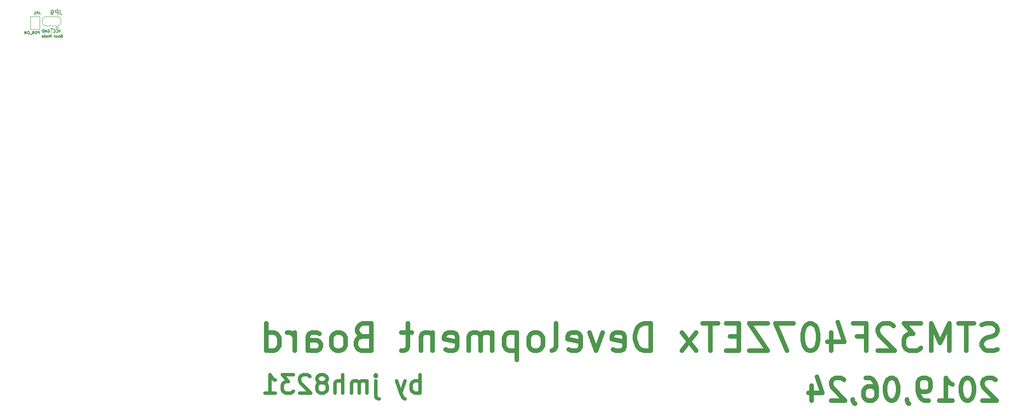
<source format=gbr>
G04 #@! TF.GenerationSoftware,KiCad,Pcbnew,(5.1.2)-1*
G04 #@! TF.CreationDate,2019-06-24T23:23:43+09:00*
G04 #@! TF.ProjectId,STM32F4____,53544d33-3246-4341-9c1c-f4dc2e6b6963,rev?*
G04 #@! TF.SameCoordinates,PXa57dbf49PYb7601c90*
G04 #@! TF.FileFunction,Legend,Bot*
G04 #@! TF.FilePolarity,Positive*
%FSLAX46Y46*%
G04 Gerber Fmt 4.6, Leading zero omitted, Abs format (unit mm)*
G04 Created by KiCad (PCBNEW (5.1.2)-1) date 2019-06-24 23:23:43*
%MOMM*%
%LPD*%
G04 APERTURE LIST*
%ADD10C,1.000000*%
%ADD11C,0.750000*%
%ADD12C,0.120000*%
%ADD13C,0.150000*%
G04 APERTURE END LIST*
D10*
X1796771877Y-1391436095D02*
X1796533782Y-1391198000D01*
X1796057591Y-1390959904D01*
X1794867115Y-1390959904D01*
X1794390925Y-1391198000D01*
X1794152829Y-1391436095D01*
X1793914734Y-1391912285D01*
X1793914734Y-1392388476D01*
X1794152829Y-1393102761D01*
X1797009972Y-1395959904D01*
X1793914734Y-1395959904D01*
X1790819496Y-1390959904D02*
X1790343306Y-1390959904D01*
X1789867115Y-1391198000D01*
X1789629020Y-1391436095D01*
X1789390925Y-1391912285D01*
X1789152829Y-1392864666D01*
X1789152829Y-1394055142D01*
X1789390925Y-1395007523D01*
X1789629020Y-1395483714D01*
X1789867115Y-1395721809D01*
X1790343306Y-1395959904D01*
X1790819496Y-1395959904D01*
X1791295687Y-1395721809D01*
X1791533782Y-1395483714D01*
X1791771877Y-1395007523D01*
X1792009972Y-1394055142D01*
X1792009972Y-1392864666D01*
X1791771877Y-1391912285D01*
X1791533782Y-1391436095D01*
X1791295687Y-1391198000D01*
X1790819496Y-1390959904D01*
X1784390925Y-1395959904D02*
X1787248067Y-1395959904D01*
X1785819496Y-1395959904D02*
X1785819496Y-1390959904D01*
X1786295687Y-1391674190D01*
X1786771877Y-1392150380D01*
X1787248067Y-1392388476D01*
X1782009972Y-1395959904D02*
X1781057591Y-1395959904D01*
X1780581401Y-1395721809D01*
X1780343306Y-1395483714D01*
X1779867115Y-1394769428D01*
X1779629020Y-1393817047D01*
X1779629020Y-1391912285D01*
X1779867115Y-1391436095D01*
X1780105210Y-1391198000D01*
X1780581401Y-1390959904D01*
X1781533782Y-1390959904D01*
X1782009972Y-1391198000D01*
X1782248067Y-1391436095D01*
X1782486163Y-1391912285D01*
X1782486163Y-1393102761D01*
X1782248067Y-1393578952D01*
X1782009972Y-1393817047D01*
X1781533782Y-1394055142D01*
X1780581401Y-1394055142D01*
X1780105210Y-1393817047D01*
X1779867115Y-1393578952D01*
X1779629020Y-1393102761D01*
X1777248067Y-1395721809D02*
X1777248067Y-1395959904D01*
X1777486163Y-1396436095D01*
X1777724258Y-1396674190D01*
X1774152829Y-1390959904D02*
X1773676639Y-1390959904D01*
X1773200448Y-1391198000D01*
X1772962353Y-1391436095D01*
X1772724258Y-1391912285D01*
X1772486163Y-1392864666D01*
X1772486163Y-1394055142D01*
X1772724258Y-1395007523D01*
X1772962353Y-1395483714D01*
X1773200448Y-1395721809D01*
X1773676639Y-1395959904D01*
X1774152829Y-1395959904D01*
X1774629020Y-1395721809D01*
X1774867115Y-1395483714D01*
X1775105210Y-1395007523D01*
X1775343306Y-1394055142D01*
X1775343306Y-1392864666D01*
X1775105210Y-1391912285D01*
X1774867115Y-1391436095D01*
X1774629020Y-1391198000D01*
X1774152829Y-1390959904D01*
X1768200448Y-1390959904D02*
X1769152829Y-1390959904D01*
X1769629020Y-1391198000D01*
X1769867115Y-1391436095D01*
X1770343306Y-1392150380D01*
X1770581401Y-1393102761D01*
X1770581401Y-1395007523D01*
X1770343306Y-1395483714D01*
X1770105210Y-1395721809D01*
X1769629020Y-1395959904D01*
X1768676639Y-1395959904D01*
X1768200448Y-1395721809D01*
X1767962353Y-1395483714D01*
X1767724258Y-1395007523D01*
X1767724258Y-1393817047D01*
X1767962353Y-1393340857D01*
X1768200448Y-1393102761D01*
X1768676639Y-1392864666D01*
X1769629020Y-1392864666D01*
X1770105210Y-1393102761D01*
X1770343306Y-1393340857D01*
X1770581401Y-1393817047D01*
X1765343306Y-1395721809D02*
X1765343306Y-1395959904D01*
X1765581401Y-1396436095D01*
X1765819496Y-1396674190D01*
X1763438544Y-1391436095D02*
X1763200448Y-1391198000D01*
X1762724258Y-1390959904D01*
X1761533782Y-1390959904D01*
X1761057591Y-1391198000D01*
X1760819496Y-1391436095D01*
X1760581401Y-1391912285D01*
X1760581401Y-1392388476D01*
X1760819496Y-1393102761D01*
X1763676639Y-1395959904D01*
X1760581401Y-1395959904D01*
X1756295687Y-1392626571D02*
X1756295687Y-1395959904D01*
X1757486163Y-1390721809D02*
X1758676639Y-1394293238D01*
X1755581401Y-1394293238D01*
D11*
X1670058067Y-1394237523D02*
X1670058067Y-1390237523D01*
X1670058067Y-1391761333D02*
X1669677115Y-1391570857D01*
X1668915210Y-1391570857D01*
X1668534258Y-1391761333D01*
X1668343782Y-1391951809D01*
X1668153306Y-1392332761D01*
X1668153306Y-1393475619D01*
X1668343782Y-1393856571D01*
X1668534258Y-1394047047D01*
X1668915210Y-1394237523D01*
X1669677115Y-1394237523D01*
X1670058067Y-1394047047D01*
X1666819972Y-1391570857D02*
X1665867591Y-1394237523D01*
X1664915210Y-1391570857D02*
X1665867591Y-1394237523D01*
X1666248544Y-1395189904D01*
X1666439020Y-1395380380D01*
X1666819972Y-1395570857D01*
X1660343782Y-1391570857D02*
X1660343782Y-1394999428D01*
X1660534258Y-1395380380D01*
X1660915210Y-1395570857D01*
X1661105687Y-1395570857D01*
X1660343782Y-1390237523D02*
X1660534258Y-1390428000D01*
X1660343782Y-1390618476D01*
X1660153306Y-1390428000D01*
X1660343782Y-1390237523D01*
X1660343782Y-1390618476D01*
X1658439020Y-1394237523D02*
X1658439020Y-1391570857D01*
X1658439020Y-1391951809D02*
X1658248544Y-1391761333D01*
X1657867591Y-1391570857D01*
X1657296163Y-1391570857D01*
X1656915210Y-1391761333D01*
X1656724734Y-1392142285D01*
X1656724734Y-1394237523D01*
X1656724734Y-1392142285D02*
X1656534258Y-1391761333D01*
X1656153306Y-1391570857D01*
X1655581877Y-1391570857D01*
X1655200925Y-1391761333D01*
X1655010448Y-1392142285D01*
X1655010448Y-1394237523D01*
X1653105687Y-1394237523D02*
X1653105687Y-1390237523D01*
X1651391401Y-1394237523D02*
X1651391401Y-1392142285D01*
X1651581877Y-1391761333D01*
X1651962829Y-1391570857D01*
X1652534258Y-1391570857D01*
X1652915210Y-1391761333D01*
X1653105687Y-1391951809D01*
X1648915210Y-1391951809D02*
X1649296163Y-1391761333D01*
X1649486639Y-1391570857D01*
X1649677115Y-1391189904D01*
X1649677115Y-1390999428D01*
X1649486639Y-1390618476D01*
X1649296163Y-1390428000D01*
X1648915210Y-1390237523D01*
X1648153306Y-1390237523D01*
X1647772353Y-1390428000D01*
X1647581877Y-1390618476D01*
X1647391401Y-1390999428D01*
X1647391401Y-1391189904D01*
X1647581877Y-1391570857D01*
X1647772353Y-1391761333D01*
X1648153306Y-1391951809D01*
X1648915210Y-1391951809D01*
X1649296163Y-1392142285D01*
X1649486639Y-1392332761D01*
X1649677115Y-1392713714D01*
X1649677115Y-1393475619D01*
X1649486639Y-1393856571D01*
X1649296163Y-1394047047D01*
X1648915210Y-1394237523D01*
X1648153306Y-1394237523D01*
X1647772353Y-1394047047D01*
X1647581877Y-1393856571D01*
X1647391401Y-1393475619D01*
X1647391401Y-1392713714D01*
X1647581877Y-1392332761D01*
X1647772353Y-1392142285D01*
X1648153306Y-1391951809D01*
X1645867591Y-1390618476D02*
X1645677115Y-1390428000D01*
X1645296163Y-1390237523D01*
X1644343782Y-1390237523D01*
X1643962829Y-1390428000D01*
X1643772353Y-1390618476D01*
X1643581877Y-1390999428D01*
X1643581877Y-1391380380D01*
X1643772353Y-1391951809D01*
X1646058067Y-1394237523D01*
X1643581877Y-1394237523D01*
X1642248544Y-1390237523D02*
X1639772353Y-1390237523D01*
X1641105687Y-1391761333D01*
X1640534258Y-1391761333D01*
X1640153306Y-1391951809D01*
X1639962829Y-1392142285D01*
X1639772353Y-1392523238D01*
X1639772353Y-1393475619D01*
X1639962829Y-1393856571D01*
X1640153306Y-1394047047D01*
X1640534258Y-1394237523D01*
X1641677115Y-1394237523D01*
X1642058067Y-1394047047D01*
X1642248544Y-1393856571D01*
X1635962829Y-1394237523D02*
X1638248544Y-1394237523D01*
X1637105687Y-1394237523D02*
X1637105687Y-1390237523D01*
X1637486639Y-1390808952D01*
X1637867591Y-1391189904D01*
X1638248544Y-1391380380D01*
D10*
X1797177115Y-1384696571D02*
X1796319972Y-1384982285D01*
X1794891401Y-1384982285D01*
X1794319972Y-1384696571D01*
X1794034258Y-1384410857D01*
X1793748544Y-1383839428D01*
X1793748544Y-1383268000D01*
X1794034258Y-1382696571D01*
X1794319972Y-1382410857D01*
X1794891401Y-1382125142D01*
X1796034258Y-1381839428D01*
X1796605687Y-1381553714D01*
X1796891401Y-1381268000D01*
X1797177115Y-1380696571D01*
X1797177115Y-1380125142D01*
X1796891401Y-1379553714D01*
X1796605687Y-1379268000D01*
X1796034258Y-1378982285D01*
X1794605687Y-1378982285D01*
X1793748544Y-1379268000D01*
X1792034258Y-1378982285D02*
X1788605687Y-1378982285D01*
X1790319972Y-1384982285D02*
X1790319972Y-1378982285D01*
X1786605687Y-1384982285D02*
X1786605687Y-1378982285D01*
X1784605687Y-1383268000D01*
X1782605687Y-1378982285D01*
X1782605687Y-1384982285D01*
X1780319972Y-1378982285D02*
X1776605687Y-1378982285D01*
X1778605687Y-1381268000D01*
X1777748544Y-1381268000D01*
X1777177115Y-1381553714D01*
X1776891401Y-1381839428D01*
X1776605687Y-1382410857D01*
X1776605687Y-1383839428D01*
X1776891401Y-1384410857D01*
X1777177115Y-1384696571D01*
X1777748544Y-1384982285D01*
X1779462829Y-1384982285D01*
X1780034258Y-1384696571D01*
X1780319972Y-1384410857D01*
X1774319972Y-1379553714D02*
X1774034258Y-1379268000D01*
X1773462829Y-1378982285D01*
X1772034258Y-1378982285D01*
X1771462829Y-1379268000D01*
X1771177115Y-1379553714D01*
X1770891401Y-1380125142D01*
X1770891401Y-1380696571D01*
X1771177115Y-1381553714D01*
X1774605687Y-1384982285D01*
X1770891401Y-1384982285D01*
X1766319972Y-1381839428D02*
X1768319972Y-1381839428D01*
X1768319972Y-1384982285D02*
X1768319972Y-1378982285D01*
X1765462829Y-1378982285D01*
X1760605687Y-1380982285D02*
X1760605687Y-1384982285D01*
X1762034258Y-1378696571D02*
X1763462829Y-1382982285D01*
X1759748544Y-1382982285D01*
X1756319972Y-1378982285D02*
X1755748544Y-1378982285D01*
X1755177115Y-1379268000D01*
X1754891401Y-1379553714D01*
X1754605687Y-1380125142D01*
X1754319972Y-1381268000D01*
X1754319972Y-1382696571D01*
X1754605687Y-1383839428D01*
X1754891401Y-1384410857D01*
X1755177115Y-1384696571D01*
X1755748544Y-1384982285D01*
X1756319972Y-1384982285D01*
X1756891401Y-1384696571D01*
X1757177115Y-1384410857D01*
X1757462829Y-1383839428D01*
X1757748544Y-1382696571D01*
X1757748544Y-1381268000D01*
X1757462829Y-1380125142D01*
X1757177115Y-1379553714D01*
X1756891401Y-1379268000D01*
X1756319972Y-1378982285D01*
X1752319972Y-1378982285D02*
X1748319972Y-1378982285D01*
X1750891401Y-1384982285D01*
X1746605687Y-1378982285D02*
X1742605687Y-1378982285D01*
X1746605687Y-1384982285D01*
X1742605687Y-1384982285D01*
X1740319972Y-1381839428D02*
X1738319972Y-1381839428D01*
X1737462829Y-1384982285D02*
X1740319972Y-1384982285D01*
X1740319972Y-1378982285D01*
X1737462829Y-1378982285D01*
X1735748544Y-1378982285D02*
X1732319972Y-1378982285D01*
X1734034258Y-1384982285D02*
X1734034258Y-1378982285D01*
X1730891401Y-1384982285D02*
X1727748544Y-1380982285D01*
X1730891401Y-1380982285D02*
X1727748544Y-1384982285D01*
X1720891401Y-1384982285D02*
X1720891401Y-1378982285D01*
X1719462829Y-1378982285D01*
X1718605687Y-1379268000D01*
X1718034258Y-1379839428D01*
X1717748544Y-1380410857D01*
X1717462829Y-1381553714D01*
X1717462829Y-1382410857D01*
X1717748544Y-1383553714D01*
X1718034258Y-1384125142D01*
X1718605687Y-1384696571D01*
X1719462829Y-1384982285D01*
X1720891401Y-1384982285D01*
X1712605687Y-1384696571D02*
X1713177115Y-1384982285D01*
X1714319972Y-1384982285D01*
X1714891401Y-1384696571D01*
X1715177115Y-1384125142D01*
X1715177115Y-1381839428D01*
X1714891401Y-1381268000D01*
X1714319972Y-1380982285D01*
X1713177115Y-1380982285D01*
X1712605687Y-1381268000D01*
X1712319972Y-1381839428D01*
X1712319972Y-1382410857D01*
X1715177115Y-1382982285D01*
X1710319972Y-1380982285D02*
X1708891401Y-1384982285D01*
X1707462829Y-1380982285D01*
X1702891401Y-1384696571D02*
X1703462829Y-1384982285D01*
X1704605687Y-1384982285D01*
X1705177115Y-1384696571D01*
X1705462829Y-1384125142D01*
X1705462829Y-1381839428D01*
X1705177115Y-1381268000D01*
X1704605687Y-1380982285D01*
X1703462829Y-1380982285D01*
X1702891401Y-1381268000D01*
X1702605687Y-1381839428D01*
X1702605687Y-1382410857D01*
X1705462829Y-1382982285D01*
X1699177115Y-1384982285D02*
X1699748544Y-1384696571D01*
X1700034258Y-1384125142D01*
X1700034258Y-1378982285D01*
X1696034258Y-1384982285D02*
X1696605687Y-1384696571D01*
X1696891401Y-1384410857D01*
X1697177115Y-1383839428D01*
X1697177115Y-1382125142D01*
X1696891401Y-1381553714D01*
X1696605687Y-1381268000D01*
X1696034258Y-1380982285D01*
X1695177115Y-1380982285D01*
X1694605687Y-1381268000D01*
X1694319972Y-1381553714D01*
X1694034258Y-1382125142D01*
X1694034258Y-1383839428D01*
X1694319972Y-1384410857D01*
X1694605687Y-1384696571D01*
X1695177115Y-1384982285D01*
X1696034258Y-1384982285D01*
X1691462829Y-1380982285D02*
X1691462829Y-1386982285D01*
X1691462829Y-1381268000D02*
X1690891401Y-1380982285D01*
X1689748544Y-1380982285D01*
X1689177115Y-1381268000D01*
X1688891401Y-1381553714D01*
X1688605687Y-1382125142D01*
X1688605687Y-1383839428D01*
X1688891401Y-1384410857D01*
X1689177115Y-1384696571D01*
X1689748544Y-1384982285D01*
X1690891401Y-1384982285D01*
X1691462829Y-1384696571D01*
X1686034258Y-1384982285D02*
X1686034258Y-1380982285D01*
X1686034258Y-1381553714D02*
X1685748544Y-1381268000D01*
X1685177115Y-1380982285D01*
X1684319972Y-1380982285D01*
X1683748544Y-1381268000D01*
X1683462829Y-1381839428D01*
X1683462829Y-1384982285D01*
X1683462829Y-1381839428D02*
X1683177115Y-1381268000D01*
X1682605687Y-1380982285D01*
X1681748544Y-1380982285D01*
X1681177115Y-1381268000D01*
X1680891401Y-1381839428D01*
X1680891401Y-1384982285D01*
X1675748544Y-1384696571D02*
X1676319972Y-1384982285D01*
X1677462829Y-1384982285D01*
X1678034258Y-1384696571D01*
X1678319972Y-1384125142D01*
X1678319972Y-1381839428D01*
X1678034258Y-1381268000D01*
X1677462829Y-1380982285D01*
X1676319972Y-1380982285D01*
X1675748544Y-1381268000D01*
X1675462829Y-1381839428D01*
X1675462829Y-1382410857D01*
X1678319972Y-1382982285D01*
X1672891401Y-1380982285D02*
X1672891401Y-1384982285D01*
X1672891401Y-1381553714D02*
X1672605687Y-1381268000D01*
X1672034258Y-1380982285D01*
X1671177115Y-1380982285D01*
X1670605687Y-1381268000D01*
X1670319972Y-1381839428D01*
X1670319972Y-1384982285D01*
X1668319972Y-1380982285D02*
X1666034258Y-1380982285D01*
X1667462829Y-1378982285D02*
X1667462829Y-1384125142D01*
X1667177115Y-1384696571D01*
X1666605687Y-1384982285D01*
X1666034258Y-1384982285D01*
X1657462829Y-1381839428D02*
X1656605687Y-1382125142D01*
X1656319972Y-1382410857D01*
X1656034258Y-1382982285D01*
X1656034258Y-1383839428D01*
X1656319972Y-1384410857D01*
X1656605687Y-1384696571D01*
X1657177115Y-1384982285D01*
X1659462829Y-1384982285D01*
X1659462829Y-1378982285D01*
X1657462829Y-1378982285D01*
X1656891401Y-1379268000D01*
X1656605687Y-1379553714D01*
X1656319972Y-1380125142D01*
X1656319972Y-1380696571D01*
X1656605687Y-1381268000D01*
X1656891401Y-1381553714D01*
X1657462829Y-1381839428D01*
X1659462829Y-1381839428D01*
X1652605687Y-1384982285D02*
X1653177115Y-1384696571D01*
X1653462829Y-1384410857D01*
X1653748544Y-1383839428D01*
X1653748544Y-1382125142D01*
X1653462829Y-1381553714D01*
X1653177115Y-1381268000D01*
X1652605687Y-1380982285D01*
X1651748544Y-1380982285D01*
X1651177115Y-1381268000D01*
X1650891401Y-1381553714D01*
X1650605687Y-1382125142D01*
X1650605687Y-1383839428D01*
X1650891401Y-1384410857D01*
X1651177115Y-1384696571D01*
X1651748544Y-1384982285D01*
X1652605687Y-1384982285D01*
X1645462829Y-1384982285D02*
X1645462829Y-1381839428D01*
X1645748544Y-1381268000D01*
X1646319972Y-1380982285D01*
X1647462829Y-1380982285D01*
X1648034258Y-1381268000D01*
X1645462829Y-1384696571D02*
X1646034258Y-1384982285D01*
X1647462829Y-1384982285D01*
X1648034258Y-1384696571D01*
X1648319972Y-1384125142D01*
X1648319972Y-1383553714D01*
X1648034258Y-1382982285D01*
X1647462829Y-1382696571D01*
X1646034258Y-1382696571D01*
X1645462829Y-1382410857D01*
X1642605687Y-1384982285D02*
X1642605687Y-1380982285D01*
X1642605687Y-1382125142D02*
X1642319972Y-1381553714D01*
X1642034258Y-1381268000D01*
X1641462829Y-1380982285D01*
X1640891401Y-1380982285D01*
X1636319972Y-1384982285D02*
X1636319972Y-1378982285D01*
X1636319972Y-1384696571D02*
X1636891401Y-1384982285D01*
X1638034258Y-1384982285D01*
X1638605687Y-1384696571D01*
X1638891401Y-1384410857D01*
X1639177115Y-1383839428D01*
X1639177115Y-1382125142D01*
X1638891401Y-1381553714D01*
X1638605687Y-1381268000D01*
X1638034258Y-1380982285D01*
X1636891401Y-1380982285D01*
X1636319972Y-1381268000D01*
D12*
X1589224687Y-1313942000D02*
X1588970687Y-1314069000D01*
X1588970687Y-1313942000D02*
X1589224687Y-1313942000D01*
X1589351687Y-1314069000D02*
X1589097687Y-1313815000D01*
X1588843687Y-1314069000D02*
X1589351687Y-1314069000D01*
X1589097687Y-1313815000D02*
X1588843687Y-1314069000D01*
X1589097687Y-1315085000D02*
X1589097687Y-1313815000D01*
D13*
X1588284829Y-1314277000D02*
X1588341972Y-1314248428D01*
X1588427687Y-1314248428D01*
X1588513401Y-1314277000D01*
X1588570544Y-1314334142D01*
X1588599115Y-1314391285D01*
X1588627687Y-1314505571D01*
X1588627687Y-1314591285D01*
X1588599115Y-1314705571D01*
X1588570544Y-1314762714D01*
X1588513401Y-1314819857D01*
X1588427687Y-1314848428D01*
X1588370544Y-1314848428D01*
X1588284829Y-1314819857D01*
X1588256258Y-1314791285D01*
X1588256258Y-1314591285D01*
X1588370544Y-1314591285D01*
X1587999115Y-1314848428D02*
X1587999115Y-1314248428D01*
X1587656258Y-1314848428D01*
X1587656258Y-1314248428D01*
X1587370544Y-1314848428D02*
X1587370544Y-1314248428D01*
X1587227687Y-1314248428D01*
X1587141972Y-1314277000D01*
X1587084829Y-1314334142D01*
X1587056258Y-1314391285D01*
X1587027687Y-1314505571D01*
X1587027687Y-1314591285D01*
X1587056258Y-1314705571D01*
X1587084829Y-1314762714D01*
X1587141972Y-1314819857D01*
X1587227687Y-1314848428D01*
X1587370544Y-1314848428D01*
X1591040687Y-1314248428D02*
X1590840687Y-1314848428D01*
X1590640687Y-1314248428D01*
X1590097829Y-1314791285D02*
X1590126401Y-1314819857D01*
X1590212115Y-1314848428D01*
X1590269258Y-1314848428D01*
X1590354972Y-1314819857D01*
X1590412115Y-1314762714D01*
X1590440687Y-1314705571D01*
X1590469258Y-1314591285D01*
X1590469258Y-1314505571D01*
X1590440687Y-1314391285D01*
X1590412115Y-1314334142D01*
X1590354972Y-1314277000D01*
X1590269258Y-1314248428D01*
X1590212115Y-1314248428D01*
X1590126401Y-1314277000D01*
X1590097829Y-1314305571D01*
X1589497829Y-1314791285D02*
X1589526401Y-1314819857D01*
X1589612115Y-1314848428D01*
X1589669258Y-1314848428D01*
X1589754972Y-1314819857D01*
X1589812115Y-1314762714D01*
X1589840687Y-1314705571D01*
X1589869258Y-1314591285D01*
X1589869258Y-1314505571D01*
X1589840687Y-1314391285D01*
X1589812115Y-1314334142D01*
X1589754972Y-1314277000D01*
X1589669258Y-1314248428D01*
X1589612115Y-1314248428D01*
X1589526401Y-1314277000D01*
X1589497829Y-1314305571D01*
D12*
G04 #@! TO.C,JP1*
X1584452787Y-1311400100D02*
X1584452787Y-1314200100D01*
X1584452787Y-1314200100D02*
X1586452787Y-1314200100D01*
X1586452787Y-1314200100D02*
X1586452787Y-1311400100D01*
X1586452787Y-1311400100D02*
X1584452787Y-1311400100D01*
G04 #@! TO.C,JP9*
X1591139587Y-1312105300D02*
G75*
G03X1590439587Y-1311405300I-700000J0D01*
G01*
X1590439587Y-1313405300D02*
G75*
G03X1591139587Y-1312705300I0J700000D01*
G01*
X1587039587Y-1312705300D02*
G75*
G03X1587739587Y-1313405300I700000J0D01*
G01*
X1587739587Y-1311405300D02*
G75*
G03X1587039587Y-1312105300I0J-700000D01*
G01*
X1590489587Y-1311405300D02*
X1587689587Y-1311405300D01*
X1587039587Y-1312105300D02*
X1587039587Y-1312705300D01*
X1587689587Y-1313405300D02*
X1590489587Y-1313405300D01*
X1591139587Y-1312705300D02*
X1591139587Y-1312105300D01*
X1590289587Y-1313605300D02*
X1590589587Y-1313905300D01*
X1590589587Y-1313905300D02*
X1589989587Y-1313905300D01*
X1590289587Y-1313605300D02*
X1589989587Y-1313905300D01*
G04 #@! TO.C,JP1*
D13*
X1586422687Y-1310311428D02*
X1586422687Y-1310740000D01*
X1586451258Y-1310825714D01*
X1586508401Y-1310882857D01*
X1586594115Y-1310911428D01*
X1586651258Y-1310911428D01*
X1586136972Y-1310911428D02*
X1586136972Y-1310311428D01*
X1585908401Y-1310311428D01*
X1585851258Y-1310340000D01*
X1585822687Y-1310368571D01*
X1585794115Y-1310425714D01*
X1585794115Y-1310511428D01*
X1585822687Y-1310568571D01*
X1585851258Y-1310597142D01*
X1585908401Y-1310625714D01*
X1586136972Y-1310625714D01*
X1585222687Y-1310911428D02*
X1585565544Y-1310911428D01*
X1585394115Y-1310911428D02*
X1585394115Y-1310311428D01*
X1585451258Y-1310397142D01*
X1585508401Y-1310454285D01*
X1585565544Y-1310482857D01*
X1586393972Y-1315229428D02*
X1586393972Y-1314629428D01*
X1586165401Y-1314629428D01*
X1586108258Y-1314658000D01*
X1586079687Y-1314686571D01*
X1586051115Y-1314743714D01*
X1586051115Y-1314829428D01*
X1586079687Y-1314886571D01*
X1586108258Y-1314915142D01*
X1586165401Y-1314943714D01*
X1586393972Y-1314943714D01*
X1585793972Y-1315229428D02*
X1585793972Y-1314629428D01*
X1585651115Y-1314629428D01*
X1585565401Y-1314658000D01*
X1585508258Y-1314715142D01*
X1585479687Y-1314772285D01*
X1585451115Y-1314886571D01*
X1585451115Y-1314972285D01*
X1585479687Y-1315086571D01*
X1585508258Y-1315143714D01*
X1585565401Y-1315200857D01*
X1585651115Y-1315229428D01*
X1585793972Y-1315229428D01*
X1584851115Y-1315229428D02*
X1585051115Y-1314943714D01*
X1585193972Y-1315229428D02*
X1585193972Y-1314629428D01*
X1584965401Y-1314629428D01*
X1584908258Y-1314658000D01*
X1584879687Y-1314686571D01*
X1584851115Y-1314743714D01*
X1584851115Y-1314829428D01*
X1584879687Y-1314886571D01*
X1584908258Y-1314915142D01*
X1584965401Y-1314943714D01*
X1585193972Y-1314943714D01*
X1584736829Y-1315286571D02*
X1584279687Y-1315286571D01*
X1584022544Y-1314629428D02*
X1583908258Y-1314629428D01*
X1583851115Y-1314658000D01*
X1583793972Y-1314715142D01*
X1583765401Y-1314829428D01*
X1583765401Y-1315029428D01*
X1583793972Y-1315143714D01*
X1583851115Y-1315200857D01*
X1583908258Y-1315229428D01*
X1584022544Y-1315229428D01*
X1584079687Y-1315200857D01*
X1584136829Y-1315143714D01*
X1584165401Y-1315029428D01*
X1584165401Y-1314829428D01*
X1584136829Y-1314715142D01*
X1584079687Y-1314658000D01*
X1584022544Y-1314629428D01*
X1583508258Y-1315229428D02*
X1583508258Y-1314629428D01*
X1583165401Y-1315229428D01*
X1583165401Y-1314629428D01*
G04 #@! TO.C,JP9*
X1590947020Y-1309965380D02*
X1590947020Y-1310679666D01*
X1590994639Y-1310822523D01*
X1591089877Y-1310917761D01*
X1591232734Y-1310965380D01*
X1591327972Y-1310965380D01*
X1590470829Y-1310965380D02*
X1590470829Y-1309965380D01*
X1590089877Y-1309965380D01*
X1589994639Y-1310013000D01*
X1589947020Y-1310060619D01*
X1589899401Y-1310155857D01*
X1589899401Y-1310298714D01*
X1589947020Y-1310393952D01*
X1589994639Y-1310441571D01*
X1590089877Y-1310489190D01*
X1590470829Y-1310489190D01*
X1589423210Y-1310965380D02*
X1589232734Y-1310965380D01*
X1589137496Y-1310917761D01*
X1589089877Y-1310870142D01*
X1588994639Y-1310727285D01*
X1588947020Y-1310536809D01*
X1588947020Y-1310155857D01*
X1588994639Y-1310060619D01*
X1589042258Y-1310013000D01*
X1589137496Y-1309965380D01*
X1589327972Y-1309965380D01*
X1589423210Y-1310013000D01*
X1589470829Y-1310060619D01*
X1589518448Y-1310155857D01*
X1589518448Y-1310393952D01*
X1589470829Y-1310489190D01*
X1589423210Y-1310536809D01*
X1589327972Y-1310584428D01*
X1589137496Y-1310584428D01*
X1589042258Y-1310536809D01*
X1588994639Y-1310489190D01*
X1588947020Y-1310393952D01*
X1591267544Y-1315677142D02*
X1591181829Y-1315705714D01*
X1591153258Y-1315734285D01*
X1591124687Y-1315791428D01*
X1591124687Y-1315877142D01*
X1591153258Y-1315934285D01*
X1591181829Y-1315962857D01*
X1591238972Y-1315991428D01*
X1591467544Y-1315991428D01*
X1591467544Y-1315391428D01*
X1591267544Y-1315391428D01*
X1591210401Y-1315420000D01*
X1591181829Y-1315448571D01*
X1591153258Y-1315505714D01*
X1591153258Y-1315562857D01*
X1591181829Y-1315620000D01*
X1591210401Y-1315648571D01*
X1591267544Y-1315677142D01*
X1591467544Y-1315677142D01*
X1590781829Y-1315991428D02*
X1590838972Y-1315962857D01*
X1590867544Y-1315934285D01*
X1590896115Y-1315877142D01*
X1590896115Y-1315705714D01*
X1590867544Y-1315648571D01*
X1590838972Y-1315620000D01*
X1590781829Y-1315591428D01*
X1590696115Y-1315591428D01*
X1590638972Y-1315620000D01*
X1590610401Y-1315648571D01*
X1590581829Y-1315705714D01*
X1590581829Y-1315877142D01*
X1590610401Y-1315934285D01*
X1590638972Y-1315962857D01*
X1590696115Y-1315991428D01*
X1590781829Y-1315991428D01*
X1590238972Y-1315991428D02*
X1590296115Y-1315962857D01*
X1590324687Y-1315934285D01*
X1590353258Y-1315877142D01*
X1590353258Y-1315705714D01*
X1590324687Y-1315648571D01*
X1590296115Y-1315620000D01*
X1590238972Y-1315591428D01*
X1590153258Y-1315591428D01*
X1590096115Y-1315620000D01*
X1590067544Y-1315648571D01*
X1590038972Y-1315705714D01*
X1590038972Y-1315877142D01*
X1590067544Y-1315934285D01*
X1590096115Y-1315962857D01*
X1590153258Y-1315991428D01*
X1590238972Y-1315991428D01*
X1589867544Y-1315591428D02*
X1589638972Y-1315591428D01*
X1589781829Y-1315391428D02*
X1589781829Y-1315905714D01*
X1589753258Y-1315962857D01*
X1589696115Y-1315991428D01*
X1589638972Y-1315991428D01*
X1588981829Y-1315991428D02*
X1588981829Y-1315391428D01*
X1588781829Y-1315820000D01*
X1588581829Y-1315391428D01*
X1588581829Y-1315991428D01*
X1588210401Y-1315991428D02*
X1588267544Y-1315962857D01*
X1588296115Y-1315934285D01*
X1588324687Y-1315877142D01*
X1588324687Y-1315705714D01*
X1588296115Y-1315648571D01*
X1588267544Y-1315620000D01*
X1588210401Y-1315591428D01*
X1588124687Y-1315591428D01*
X1588067544Y-1315620000D01*
X1588038972Y-1315648571D01*
X1588010401Y-1315705714D01*
X1588010401Y-1315877142D01*
X1588038972Y-1315934285D01*
X1588067544Y-1315962857D01*
X1588124687Y-1315991428D01*
X1588210401Y-1315991428D01*
X1587496115Y-1315991428D02*
X1587496115Y-1315391428D01*
X1587496115Y-1315962857D02*
X1587553258Y-1315991428D01*
X1587667544Y-1315991428D01*
X1587724687Y-1315962857D01*
X1587753258Y-1315934285D01*
X1587781829Y-1315877142D01*
X1587781829Y-1315705714D01*
X1587753258Y-1315648571D01*
X1587724687Y-1315620000D01*
X1587667544Y-1315591428D01*
X1587553258Y-1315591428D01*
X1587496115Y-1315620000D01*
X1586981829Y-1315962857D02*
X1587038972Y-1315991428D01*
X1587153258Y-1315991428D01*
X1587210401Y-1315962857D01*
X1587238972Y-1315905714D01*
X1587238972Y-1315677142D01*
X1587210401Y-1315620000D01*
X1587153258Y-1315591428D01*
X1587038972Y-1315591428D01*
X1586981829Y-1315620000D01*
X1586953258Y-1315677142D01*
X1586953258Y-1315734285D01*
X1587238972Y-1315791428D01*
G04 #@! TD*
M02*

</source>
